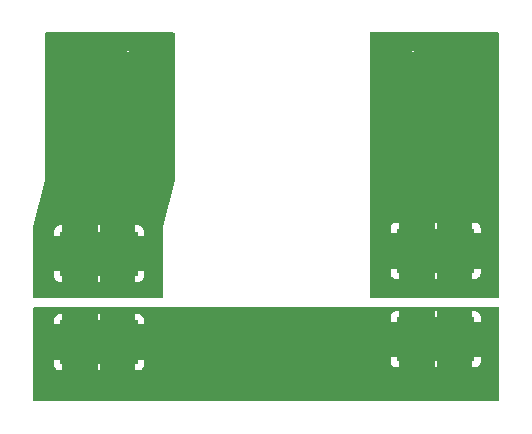
<source format=gbr>
%TF.GenerationSoftware,KiCad,Pcbnew,7.0.7*%
%TF.CreationDate,2024-03-23T19:40:35-05:00*%
%TF.ProjectId,DCDC-FusePCB,44434443-2d46-4757-9365-5043422e6b69,rev?*%
%TF.SameCoordinates,Original*%
%TF.FileFunction,Copper,L1,Top*%
%TF.FilePolarity,Positive*%
%FSLAX46Y46*%
G04 Gerber Fmt 4.6, Leading zero omitted, Abs format (unit mm)*
G04 Created by KiCad (PCBNEW 7.0.7) date 2024-03-23 19:40:35*
%MOMM*%
%LPD*%
G01*
G04 APERTURE LIST*
%TA.AperFunction,ComponentPad*%
%ADD10R,3.430000X3.780000*%
%TD*%
%TA.AperFunction,ComponentPad*%
%ADD11C,1.905000*%
%TD*%
G04 APERTURE END LIST*
D10*
%TO.P,J2,1,Pin_1*%
%TO.N,Net-(J1-Pin_1)*%
X123500000Y-97235000D03*
X126680000Y-97235000D03*
%TO.P,J2,2,Pin_2*%
%TO.N,Net-(J2-Pin_2)*%
X123500000Y-89745000D03*
X126680000Y-89745000D03*
%TD*%
D11*
%TO.P,F1,1*%
%TO.N,Net-(J2-Pin_2)*%
X127570000Y-74000000D03*
%TO.P,F1,2*%
%TO.N,Net-(J1-Pin_2)*%
X151700000Y-74000000D03*
%TD*%
D10*
%TO.P,J1,1,Pin_1*%
%TO.N,Net-(J1-Pin_1)*%
X152000000Y-96990000D03*
X155180000Y-96990000D03*
%TO.P,J1,2,Pin_2*%
%TO.N,Net-(J1-Pin_2)*%
X152000000Y-89500000D03*
X155180000Y-89500000D03*
%TD*%
%TA.AperFunction,Conductor*%
%TO.N,Net-(J1-Pin_1)*%
G36*
X158943039Y-94264685D02*
G01*
X158988794Y-94317489D01*
X159000000Y-94369000D01*
X159000000Y-102121000D01*
X158980315Y-102188039D01*
X158927511Y-102233794D01*
X158876000Y-102245000D01*
X119624000Y-102245000D01*
X119556961Y-102225315D01*
X119511206Y-102172511D01*
X119500000Y-102121000D01*
X119500000Y-98735000D01*
X121285000Y-98735000D01*
X121285000Y-99172844D01*
X121291401Y-99232372D01*
X121291403Y-99232379D01*
X121341645Y-99367086D01*
X121341649Y-99367093D01*
X121427809Y-99482187D01*
X121427812Y-99482190D01*
X121542906Y-99568350D01*
X121542913Y-99568354D01*
X121677620Y-99618596D01*
X121677627Y-99618598D01*
X121737155Y-99624999D01*
X121737172Y-99625000D01*
X122000000Y-99625000D01*
X122000000Y-98735000D01*
X125000000Y-98735000D01*
X125000000Y-99625000D01*
X125180000Y-99625000D01*
X128179999Y-99625000D01*
X128442828Y-99625000D01*
X128442844Y-99624999D01*
X128502372Y-99618598D01*
X128502379Y-99618596D01*
X128637086Y-99568354D01*
X128637093Y-99568350D01*
X128752187Y-99482190D01*
X128752190Y-99482187D01*
X128838350Y-99367093D01*
X128838354Y-99367086D01*
X128888596Y-99232379D01*
X128888598Y-99232372D01*
X128894999Y-99172844D01*
X128895000Y-99172827D01*
X128895000Y-98735000D01*
X128180000Y-98735000D01*
X128179999Y-99625000D01*
X125180000Y-99625000D01*
X125180000Y-98735000D01*
X125000000Y-98735000D01*
X122000000Y-98735000D01*
X121285000Y-98735000D01*
X119500000Y-98735000D01*
X119500000Y-98490000D01*
X149785000Y-98490000D01*
X149785000Y-98927844D01*
X149791401Y-98987372D01*
X149791403Y-98987379D01*
X149841645Y-99122086D01*
X149841649Y-99122093D01*
X149927809Y-99237187D01*
X149927812Y-99237190D01*
X150042906Y-99323350D01*
X150042913Y-99323354D01*
X150177620Y-99373596D01*
X150177627Y-99373598D01*
X150237155Y-99379999D01*
X150237172Y-99380000D01*
X150500000Y-99380000D01*
X150500000Y-98490000D01*
X153500000Y-98490000D01*
X153500000Y-99380000D01*
X153680000Y-99380000D01*
X153680000Y-98490000D01*
X156680000Y-98490000D01*
X156680000Y-99380000D01*
X156942828Y-99380000D01*
X156942844Y-99379999D01*
X157002372Y-99373598D01*
X157002379Y-99373596D01*
X157137086Y-99323354D01*
X157137093Y-99323350D01*
X157252187Y-99237190D01*
X157252190Y-99237187D01*
X157338350Y-99122093D01*
X157338354Y-99122086D01*
X157388596Y-98987379D01*
X157388598Y-98987372D01*
X157394999Y-98927844D01*
X157395000Y-98927827D01*
X157395000Y-98490000D01*
X156680000Y-98490000D01*
X153680000Y-98490000D01*
X153500000Y-98490000D01*
X150500000Y-98490000D01*
X149785000Y-98490000D01*
X119500000Y-98490000D01*
X119500000Y-97328542D01*
X122610000Y-97328542D01*
X122648897Y-97511539D01*
X122648897Y-97511540D01*
X122724990Y-97682449D01*
X122747907Y-97713991D01*
X122834958Y-97833806D01*
X122834959Y-97833807D01*
X122834960Y-97833808D01*
X122834962Y-97833811D01*
X122919535Y-97909959D01*
X122973990Y-97958991D01*
X123136011Y-98052534D01*
X123313939Y-98110346D01*
X123453361Y-98125000D01*
X123453366Y-98125000D01*
X123546634Y-98125000D01*
X123546639Y-98125000D01*
X123686061Y-98110346D01*
X123863989Y-98052534D01*
X124026010Y-97958991D01*
X124134919Y-97860928D01*
X124165037Y-97833811D01*
X124165037Y-97833809D01*
X124165042Y-97833806D01*
X124275008Y-97682451D01*
X124351102Y-97511540D01*
X124390000Y-97328543D01*
X124390000Y-97328542D01*
X125790000Y-97328542D01*
X125828897Y-97511539D01*
X125828897Y-97511540D01*
X125904990Y-97682449D01*
X125927907Y-97713991D01*
X126014958Y-97833806D01*
X126014959Y-97833807D01*
X126014960Y-97833808D01*
X126014962Y-97833811D01*
X126099535Y-97909959D01*
X126153990Y-97958991D01*
X126316011Y-98052534D01*
X126493939Y-98110346D01*
X126633361Y-98125000D01*
X126633366Y-98125000D01*
X126726634Y-98125000D01*
X126726639Y-98125000D01*
X126866061Y-98110346D01*
X127043989Y-98052534D01*
X127206010Y-97958991D01*
X127314919Y-97860928D01*
X127345037Y-97833811D01*
X127345037Y-97833809D01*
X127345042Y-97833806D01*
X127455008Y-97682451D01*
X127531102Y-97511540D01*
X127570000Y-97328543D01*
X127570000Y-97141457D01*
X127557690Y-97083542D01*
X151110000Y-97083542D01*
X151148897Y-97266539D01*
X151148897Y-97266540D01*
X151224990Y-97437449D01*
X151278820Y-97511539D01*
X151334958Y-97588806D01*
X151334959Y-97588807D01*
X151334960Y-97588808D01*
X151334962Y-97588811D01*
X151419535Y-97664959D01*
X151473990Y-97713991D01*
X151636011Y-97807534D01*
X151813939Y-97865346D01*
X151953361Y-97880000D01*
X151953366Y-97880000D01*
X152046634Y-97880000D01*
X152046639Y-97880000D01*
X152186061Y-97865346D01*
X152363989Y-97807534D01*
X152526010Y-97713991D01*
X152634919Y-97615928D01*
X152665037Y-97588811D01*
X152665037Y-97588809D01*
X152665042Y-97588806D01*
X152775008Y-97437451D01*
X152851102Y-97266540D01*
X152890000Y-97083543D01*
X152890000Y-97083542D01*
X154290000Y-97083542D01*
X154328897Y-97266539D01*
X154328897Y-97266540D01*
X154404990Y-97437449D01*
X154458820Y-97511539D01*
X154514958Y-97588806D01*
X154514959Y-97588807D01*
X154514960Y-97588808D01*
X154514962Y-97588811D01*
X154599535Y-97664959D01*
X154653990Y-97713991D01*
X154816011Y-97807534D01*
X154993939Y-97865346D01*
X155133361Y-97880000D01*
X155133366Y-97880000D01*
X155226634Y-97880000D01*
X155226639Y-97880000D01*
X155366061Y-97865346D01*
X155543989Y-97807534D01*
X155706010Y-97713991D01*
X155814919Y-97615928D01*
X155845037Y-97588811D01*
X155845037Y-97588809D01*
X155845042Y-97588806D01*
X155955008Y-97437451D01*
X156031102Y-97266540D01*
X156070000Y-97083543D01*
X156070000Y-96896457D01*
X156031102Y-96713460D01*
X156031102Y-96713459D01*
X155955009Y-96542550D01*
X155927516Y-96504710D01*
X155845042Y-96391194D01*
X155845039Y-96391191D01*
X155845037Y-96391188D01*
X155754440Y-96309615D01*
X155706010Y-96266009D01*
X155543989Y-96172466D01*
X155543988Y-96172465D01*
X155543987Y-96172465D01*
X155366062Y-96114654D01*
X155342823Y-96112211D01*
X155226639Y-96100000D01*
X155133361Y-96100000D01*
X155033773Y-96110467D01*
X154993937Y-96114654D01*
X154816012Y-96172465D01*
X154653991Y-96266008D01*
X154514962Y-96391188D01*
X154514960Y-96391191D01*
X154404990Y-96542550D01*
X154328897Y-96713459D01*
X154328897Y-96713460D01*
X154290000Y-96896457D01*
X154290000Y-97083542D01*
X152890000Y-97083542D01*
X152890000Y-96896457D01*
X152851102Y-96713460D01*
X152851102Y-96713459D01*
X152775009Y-96542550D01*
X152747516Y-96504710D01*
X152665042Y-96391194D01*
X152665039Y-96391191D01*
X152665037Y-96391188D01*
X152574440Y-96309615D01*
X152526010Y-96266009D01*
X152363989Y-96172466D01*
X152363988Y-96172465D01*
X152363987Y-96172465D01*
X152186062Y-96114654D01*
X152162824Y-96112211D01*
X152046639Y-96100000D01*
X151953361Y-96100000D01*
X151853773Y-96110467D01*
X151813937Y-96114654D01*
X151636012Y-96172465D01*
X151473991Y-96266008D01*
X151334962Y-96391188D01*
X151334960Y-96391191D01*
X151224990Y-96542550D01*
X151148897Y-96713459D01*
X151148897Y-96713460D01*
X151110000Y-96896457D01*
X151110000Y-97083542D01*
X127557690Y-97083542D01*
X127531102Y-96958460D01*
X127503497Y-96896457D01*
X127455009Y-96787550D01*
X127401178Y-96713459D01*
X127345042Y-96636194D01*
X127345039Y-96636191D01*
X127345037Y-96636188D01*
X127241040Y-96542550D01*
X127206010Y-96511009D01*
X127043989Y-96417466D01*
X127043988Y-96417465D01*
X127043987Y-96417465D01*
X126866062Y-96359654D01*
X126842824Y-96357211D01*
X126726639Y-96345000D01*
X126633361Y-96345000D01*
X126533773Y-96355467D01*
X126493937Y-96359654D01*
X126316012Y-96417465D01*
X126153991Y-96511008D01*
X126014962Y-96636188D01*
X126014960Y-96636191D01*
X125904990Y-96787550D01*
X125828897Y-96958459D01*
X125828897Y-96958460D01*
X125790000Y-97141457D01*
X125790000Y-97328542D01*
X124390000Y-97328542D01*
X124390000Y-97141457D01*
X124351102Y-96958460D01*
X124323497Y-96896457D01*
X124275009Y-96787550D01*
X124221178Y-96713459D01*
X124165042Y-96636194D01*
X124165039Y-96636191D01*
X124165037Y-96636188D01*
X124061040Y-96542550D01*
X124026010Y-96511009D01*
X123863989Y-96417466D01*
X123863988Y-96417465D01*
X123863987Y-96417465D01*
X123686062Y-96359654D01*
X123662823Y-96357211D01*
X123546639Y-96345000D01*
X123453361Y-96345000D01*
X123353773Y-96355467D01*
X123313937Y-96359654D01*
X123136012Y-96417465D01*
X122973991Y-96511008D01*
X122834962Y-96636188D01*
X122834960Y-96636191D01*
X122724990Y-96787550D01*
X122648897Y-96958459D01*
X122648897Y-96958460D01*
X122610000Y-97141457D01*
X122610000Y-97328542D01*
X119500000Y-97328542D01*
X119500000Y-95735000D01*
X121285000Y-95735000D01*
X122000000Y-95735000D01*
X122000000Y-94845000D01*
X125000000Y-94845000D01*
X125000000Y-95735000D01*
X125180000Y-95735000D01*
X125180000Y-95734999D01*
X128179999Y-95734999D01*
X128180000Y-95735000D01*
X128895000Y-95735000D01*
X128895000Y-95490000D01*
X149785000Y-95490000D01*
X150500000Y-95490000D01*
X150500000Y-94600000D01*
X153500000Y-94600000D01*
X153500000Y-95490000D01*
X153680000Y-95490000D01*
X153680000Y-94600000D01*
X156680000Y-94600000D01*
X156680000Y-95490000D01*
X157395000Y-95490000D01*
X157395000Y-95052172D01*
X157394999Y-95052155D01*
X157388598Y-94992627D01*
X157388596Y-94992620D01*
X157338354Y-94857913D01*
X157338350Y-94857906D01*
X157252190Y-94742812D01*
X157252187Y-94742809D01*
X157137093Y-94656649D01*
X157137086Y-94656645D01*
X157002379Y-94606403D01*
X157002372Y-94606401D01*
X156942844Y-94600000D01*
X156680000Y-94600000D01*
X153680000Y-94600000D01*
X153500000Y-94600000D01*
X150500000Y-94600000D01*
X150237155Y-94600000D01*
X150177627Y-94606401D01*
X150177620Y-94606403D01*
X150042913Y-94656645D01*
X150042906Y-94656649D01*
X149927812Y-94742809D01*
X149927809Y-94742812D01*
X149841649Y-94857906D01*
X149841645Y-94857913D01*
X149791403Y-94992620D01*
X149791401Y-94992627D01*
X149785000Y-95052155D01*
X149785000Y-95490000D01*
X128895000Y-95490000D01*
X128895000Y-95297172D01*
X128894999Y-95297155D01*
X128888598Y-95237627D01*
X128888596Y-95237620D01*
X128838354Y-95102913D01*
X128838350Y-95102906D01*
X128752190Y-94987812D01*
X128752187Y-94987809D01*
X128637093Y-94901649D01*
X128637086Y-94901645D01*
X128502379Y-94851403D01*
X128502372Y-94851401D01*
X128442844Y-94845000D01*
X128180000Y-94845000D01*
X128179999Y-95734999D01*
X125180000Y-95734999D01*
X125180000Y-94845000D01*
X125000000Y-94845000D01*
X122000000Y-94845000D01*
X121737155Y-94845000D01*
X121677627Y-94851401D01*
X121677620Y-94851403D01*
X121542913Y-94901645D01*
X121542906Y-94901649D01*
X121427812Y-94987809D01*
X121427809Y-94987812D01*
X121341649Y-95102906D01*
X121341645Y-95102913D01*
X121291403Y-95237620D01*
X121291401Y-95237627D01*
X121285000Y-95297155D01*
X121285000Y-95735000D01*
X119500000Y-95735000D01*
X119500000Y-94369000D01*
X119519685Y-94301961D01*
X119572489Y-94256206D01*
X119624000Y-94245000D01*
X158876000Y-94245000D01*
X158943039Y-94264685D01*
G37*
%TD.AperFunction*%
%TD*%
%TA.AperFunction,Conductor*%
%TO.N,Net-(J2-Pin_2)*%
G36*
X131443039Y-71019685D02*
G01*
X131488794Y-71072489D01*
X131500000Y-71124000D01*
X131500000Y-83484733D01*
X131496298Y-83514807D01*
X130499999Y-87499999D01*
X130500000Y-93376000D01*
X130480315Y-93443039D01*
X130427511Y-93488794D01*
X130376000Y-93500000D01*
X119624000Y-93500000D01*
X119556961Y-93480315D01*
X119511206Y-93427511D01*
X119500000Y-93376000D01*
X119500000Y-91245000D01*
X121285000Y-91245000D01*
X121285000Y-91682844D01*
X121291401Y-91742372D01*
X121291403Y-91742379D01*
X121341645Y-91877086D01*
X121341649Y-91877093D01*
X121427809Y-91992187D01*
X121427812Y-91992190D01*
X121542906Y-92078350D01*
X121542913Y-92078354D01*
X121677620Y-92128596D01*
X121677627Y-92128598D01*
X121737155Y-92134999D01*
X121737172Y-92135000D01*
X122000000Y-92135000D01*
X122000000Y-91245000D01*
X125000000Y-91245000D01*
X125000000Y-92135000D01*
X125180000Y-92135000D01*
X125180000Y-92134999D01*
X128179999Y-92134999D01*
X128180000Y-92135000D01*
X128442828Y-92135000D01*
X128442844Y-92134999D01*
X128502372Y-92128598D01*
X128502379Y-92128596D01*
X128637086Y-92078354D01*
X128637093Y-92078350D01*
X128752187Y-91992190D01*
X128752190Y-91992187D01*
X128838350Y-91877093D01*
X128838354Y-91877086D01*
X128888596Y-91742379D01*
X128888598Y-91742372D01*
X128894999Y-91682844D01*
X128895000Y-91682827D01*
X128895000Y-91245000D01*
X128180000Y-91245000D01*
X128179999Y-92134999D01*
X125180000Y-92134999D01*
X125180000Y-91245000D01*
X125000000Y-91245000D01*
X122000000Y-91245000D01*
X121285000Y-91245000D01*
X119500000Y-91245000D01*
X119500000Y-89838542D01*
X122610000Y-89838542D01*
X122648897Y-90021539D01*
X122648897Y-90021540D01*
X122724990Y-90192449D01*
X122779975Y-90268128D01*
X122834958Y-90343806D01*
X122834959Y-90343807D01*
X122834960Y-90343808D01*
X122834962Y-90343811D01*
X122919535Y-90419959D01*
X122973990Y-90468991D01*
X123136011Y-90562534D01*
X123313939Y-90620346D01*
X123453361Y-90635000D01*
X123453366Y-90635000D01*
X123546634Y-90635000D01*
X123546639Y-90635000D01*
X123686061Y-90620346D01*
X123863989Y-90562534D01*
X124026010Y-90468991D01*
X124134919Y-90370928D01*
X124165037Y-90343811D01*
X124165037Y-90343809D01*
X124165042Y-90343806D01*
X124275008Y-90192451D01*
X124351102Y-90021540D01*
X124390000Y-89838543D01*
X124390000Y-89838542D01*
X125790000Y-89838542D01*
X125828897Y-90021539D01*
X125828897Y-90021540D01*
X125904990Y-90192449D01*
X125959975Y-90268128D01*
X126014958Y-90343806D01*
X126014959Y-90343807D01*
X126014960Y-90343808D01*
X126014962Y-90343811D01*
X126099535Y-90419959D01*
X126153990Y-90468991D01*
X126316011Y-90562534D01*
X126493939Y-90620346D01*
X126633361Y-90635000D01*
X126633366Y-90635000D01*
X126726634Y-90635000D01*
X126726639Y-90635000D01*
X126866061Y-90620346D01*
X127043989Y-90562534D01*
X127206010Y-90468991D01*
X127314919Y-90370928D01*
X127345037Y-90343811D01*
X127345037Y-90343809D01*
X127345042Y-90343806D01*
X127455008Y-90192451D01*
X127531102Y-90021540D01*
X127570000Y-89838543D01*
X127570000Y-89651457D01*
X127531102Y-89468460D01*
X127531102Y-89468459D01*
X127455009Y-89297550D01*
X127427516Y-89259710D01*
X127345042Y-89146194D01*
X127345039Y-89146191D01*
X127345037Y-89146188D01*
X127254440Y-89064615D01*
X127206010Y-89021009D01*
X127043989Y-88927466D01*
X127043988Y-88927465D01*
X127043987Y-88927465D01*
X126866062Y-88869654D01*
X126842824Y-88867211D01*
X126726639Y-88855000D01*
X126633361Y-88855000D01*
X126533773Y-88865467D01*
X126493937Y-88869654D01*
X126316012Y-88927465D01*
X126153991Y-89021008D01*
X126014962Y-89146188D01*
X126014960Y-89146191D01*
X125904990Y-89297550D01*
X125828897Y-89468459D01*
X125828897Y-89468460D01*
X125790000Y-89651457D01*
X125790000Y-89838542D01*
X124390000Y-89838542D01*
X124390000Y-89651457D01*
X124351102Y-89468460D01*
X124351102Y-89468459D01*
X124275009Y-89297550D01*
X124247516Y-89259710D01*
X124165042Y-89146194D01*
X124165039Y-89146191D01*
X124165037Y-89146188D01*
X124074440Y-89064615D01*
X124026010Y-89021009D01*
X123863989Y-88927466D01*
X123863988Y-88927465D01*
X123863987Y-88927465D01*
X123686062Y-88869654D01*
X123662824Y-88867211D01*
X123546639Y-88855000D01*
X123453361Y-88855000D01*
X123353773Y-88865467D01*
X123313937Y-88869654D01*
X123136012Y-88927465D01*
X122973991Y-89021008D01*
X122834962Y-89146188D01*
X122834960Y-89146191D01*
X122724990Y-89297550D01*
X122648897Y-89468459D01*
X122648897Y-89468460D01*
X122610000Y-89651457D01*
X122610000Y-89838542D01*
X119500000Y-89838542D01*
X119500000Y-88245000D01*
X121285000Y-88245000D01*
X122000000Y-88245000D01*
X122000000Y-87355000D01*
X125000000Y-87355000D01*
X125000000Y-88245000D01*
X125180000Y-88245000D01*
X125180000Y-88244999D01*
X128179999Y-88244999D01*
X128180000Y-88245000D01*
X128895000Y-88245000D01*
X128895000Y-87807172D01*
X128894999Y-87807155D01*
X128888598Y-87747627D01*
X128888596Y-87747620D01*
X128838354Y-87612913D01*
X128838350Y-87612906D01*
X128752190Y-87497812D01*
X128752187Y-87497809D01*
X128637093Y-87411649D01*
X128637086Y-87411645D01*
X128502379Y-87361403D01*
X128502372Y-87361401D01*
X128442844Y-87355000D01*
X128180000Y-87355000D01*
X128179999Y-88244999D01*
X125180000Y-88244999D01*
X125180000Y-87355000D01*
X125000000Y-87355000D01*
X122000000Y-87355000D01*
X121737155Y-87355000D01*
X121677627Y-87361401D01*
X121677620Y-87361403D01*
X121542913Y-87411645D01*
X121542906Y-87411649D01*
X121427812Y-87497809D01*
X121427809Y-87497812D01*
X121341649Y-87612906D01*
X121341645Y-87612913D01*
X121291403Y-87747620D01*
X121291401Y-87747627D01*
X121285000Y-87807155D01*
X121285000Y-88245000D01*
X119500000Y-88245000D01*
X119500000Y-87515265D01*
X119503702Y-87485191D01*
X120500000Y-83500000D01*
X120500000Y-75452499D01*
X127464537Y-75452499D01*
X127464538Y-75452500D01*
X127675462Y-75452500D01*
X127675462Y-75452499D01*
X127570000Y-75347038D01*
X127464537Y-75452499D01*
X120500000Y-75452499D01*
X120500000Y-74000005D01*
X126112522Y-74000005D01*
X126120972Y-74101987D01*
X126138147Y-74084812D01*
X126871500Y-74084812D01*
X126912094Y-74249509D01*
X126912094Y-74249510D01*
X126912095Y-74249511D01*
X126990924Y-74399707D01*
X127103407Y-74526675D01*
X127243004Y-74623031D01*
X127243005Y-74623031D01*
X127243007Y-74623033D01*
X127401609Y-74683184D01*
X127401610Y-74683184D01*
X127527747Y-74698500D01*
X127527750Y-74698500D01*
X127612253Y-74698500D01*
X127706854Y-74687013D01*
X127738390Y-74683184D01*
X127896993Y-74623033D01*
X128036593Y-74526675D01*
X128149076Y-74399707D01*
X128227905Y-74249511D01*
X128268500Y-74084813D01*
X128268500Y-74000001D01*
X128917038Y-74000001D01*
X129019025Y-74101988D01*
X129019026Y-74101988D01*
X129027478Y-74000004D01*
X129027478Y-73999995D01*
X129019026Y-73898011D01*
X128917038Y-74000000D01*
X128917038Y-74000001D01*
X128268500Y-74000001D01*
X128268500Y-73915187D01*
X128227905Y-73750489D01*
X128149076Y-73600293D01*
X128036593Y-73473325D01*
X127896994Y-73376968D01*
X127896996Y-73376968D01*
X127738389Y-73316815D01*
X127612253Y-73301500D01*
X127612250Y-73301500D01*
X127527750Y-73301500D01*
X127527747Y-73301500D01*
X127401610Y-73316815D01*
X127243004Y-73376968D01*
X127103407Y-73473324D01*
X126990923Y-73600294D01*
X126912094Y-73750490D01*
X126871500Y-73915187D01*
X126871500Y-74084812D01*
X126138147Y-74084812D01*
X126222961Y-73999999D01*
X126120972Y-73898011D01*
X126112522Y-73999994D01*
X126112522Y-74000005D01*
X120500000Y-74000005D01*
X120500000Y-72547500D01*
X127464537Y-72547500D01*
X127570000Y-72652962D01*
X127675462Y-72547500D01*
X127464537Y-72547500D01*
X120500000Y-72547500D01*
X120500000Y-71124000D01*
X120519685Y-71056961D01*
X120572489Y-71011206D01*
X120624000Y-71000000D01*
X131376000Y-71000000D01*
X131443039Y-71019685D01*
G37*
%TD.AperFunction*%
%TD*%
%TA.AperFunction,Conductor*%
%TO.N,Net-(J1-Pin_2)*%
G36*
X158943039Y-71019685D02*
G01*
X158988794Y-71072489D01*
X159000000Y-71124000D01*
X159000000Y-93376000D01*
X158980315Y-93443039D01*
X158927511Y-93488794D01*
X158876000Y-93500000D01*
X148124000Y-93500000D01*
X148056961Y-93480315D01*
X148011206Y-93427511D01*
X148000000Y-93376000D01*
X148000000Y-91000000D01*
X149785000Y-91000000D01*
X149785000Y-91437844D01*
X149791401Y-91497372D01*
X149791403Y-91497379D01*
X149841645Y-91632086D01*
X149841649Y-91632093D01*
X149927809Y-91747187D01*
X149927812Y-91747190D01*
X150042906Y-91833350D01*
X150042913Y-91833354D01*
X150177620Y-91883596D01*
X150177627Y-91883598D01*
X150237155Y-91889999D01*
X150237172Y-91890000D01*
X150500000Y-91890000D01*
X150500000Y-91000000D01*
X153500000Y-91000000D01*
X153500000Y-91890000D01*
X153680000Y-91890000D01*
X153680000Y-91000000D01*
X156680000Y-91000000D01*
X156680000Y-91890000D01*
X156942828Y-91890000D01*
X156942844Y-91889999D01*
X157002372Y-91883598D01*
X157002379Y-91883596D01*
X157137086Y-91833354D01*
X157137093Y-91833350D01*
X157252187Y-91747190D01*
X157252190Y-91747187D01*
X157338350Y-91632093D01*
X157338354Y-91632086D01*
X157388596Y-91497379D01*
X157388598Y-91497372D01*
X157394999Y-91437844D01*
X157395000Y-91437827D01*
X157395000Y-91000000D01*
X156680000Y-91000000D01*
X153680000Y-91000000D01*
X153500000Y-91000000D01*
X150500000Y-91000000D01*
X149785000Y-91000000D01*
X148000000Y-91000000D01*
X148000000Y-89593542D01*
X151110000Y-89593542D01*
X151148897Y-89776539D01*
X151148897Y-89776540D01*
X151224990Y-89947449D01*
X151279975Y-90023128D01*
X151334958Y-90098806D01*
X151334959Y-90098807D01*
X151334960Y-90098808D01*
X151334962Y-90098811D01*
X151419535Y-90174959D01*
X151473990Y-90223991D01*
X151636011Y-90317534D01*
X151813939Y-90375346D01*
X151953361Y-90390000D01*
X151953366Y-90390000D01*
X152046634Y-90390000D01*
X152046639Y-90390000D01*
X152186061Y-90375346D01*
X152363989Y-90317534D01*
X152526010Y-90223991D01*
X152634919Y-90125928D01*
X152665037Y-90098811D01*
X152665037Y-90098809D01*
X152665042Y-90098806D01*
X152775008Y-89947451D01*
X152851102Y-89776540D01*
X152890000Y-89593543D01*
X152890000Y-89593542D01*
X154290000Y-89593542D01*
X154328897Y-89776539D01*
X154328897Y-89776540D01*
X154404990Y-89947449D01*
X154459975Y-90023128D01*
X154514958Y-90098806D01*
X154514959Y-90098807D01*
X154514960Y-90098808D01*
X154514962Y-90098811D01*
X154599535Y-90174959D01*
X154653990Y-90223991D01*
X154816011Y-90317534D01*
X154993939Y-90375346D01*
X155133361Y-90390000D01*
X155133366Y-90390000D01*
X155226634Y-90390000D01*
X155226639Y-90390000D01*
X155366061Y-90375346D01*
X155543989Y-90317534D01*
X155706010Y-90223991D01*
X155814919Y-90125928D01*
X155845037Y-90098811D01*
X155845037Y-90098809D01*
X155845042Y-90098806D01*
X155955008Y-89947451D01*
X156031102Y-89776540D01*
X156070000Y-89593543D01*
X156070000Y-89406457D01*
X156031102Y-89223460D01*
X156031102Y-89223459D01*
X155955009Y-89052550D01*
X155927516Y-89014710D01*
X155845042Y-88901194D01*
X155845039Y-88901191D01*
X155845037Y-88901188D01*
X155754440Y-88819615D01*
X155706010Y-88776009D01*
X155543989Y-88682466D01*
X155543988Y-88682465D01*
X155543987Y-88682465D01*
X155366062Y-88624654D01*
X155342823Y-88622211D01*
X155226639Y-88610000D01*
X155133361Y-88610000D01*
X155033773Y-88620467D01*
X154993937Y-88624654D01*
X154816012Y-88682465D01*
X154653991Y-88776008D01*
X154514962Y-88901188D01*
X154514960Y-88901191D01*
X154404990Y-89052550D01*
X154328897Y-89223459D01*
X154328897Y-89223460D01*
X154290000Y-89406457D01*
X154290000Y-89593542D01*
X152890000Y-89593542D01*
X152890000Y-89406457D01*
X152851102Y-89223460D01*
X152851102Y-89223459D01*
X152775009Y-89052550D01*
X152747516Y-89014710D01*
X152665042Y-88901194D01*
X152665039Y-88901191D01*
X152665037Y-88901188D01*
X152574440Y-88819615D01*
X152526010Y-88776009D01*
X152363989Y-88682466D01*
X152363988Y-88682465D01*
X152363987Y-88682465D01*
X152186062Y-88624654D01*
X152162823Y-88622211D01*
X152046639Y-88610000D01*
X151953361Y-88610000D01*
X151853773Y-88620467D01*
X151813937Y-88624654D01*
X151636012Y-88682465D01*
X151473991Y-88776008D01*
X151334962Y-88901188D01*
X151334960Y-88901191D01*
X151224990Y-89052550D01*
X151148897Y-89223459D01*
X151148897Y-89223460D01*
X151110000Y-89406457D01*
X151110000Y-89593542D01*
X148000000Y-89593542D01*
X148000000Y-88000000D01*
X149785000Y-88000000D01*
X150500000Y-88000000D01*
X150500000Y-87110000D01*
X153500000Y-87110000D01*
X153500000Y-88000000D01*
X153680000Y-88000000D01*
X153680000Y-87110000D01*
X156680000Y-87110000D01*
X156680000Y-88000000D01*
X157395000Y-88000000D01*
X157395000Y-87562172D01*
X157394999Y-87562155D01*
X157388598Y-87502627D01*
X157388596Y-87502620D01*
X157338354Y-87367913D01*
X157338350Y-87367906D01*
X157252190Y-87252812D01*
X157252187Y-87252809D01*
X157137093Y-87166649D01*
X157137086Y-87166645D01*
X157002379Y-87116403D01*
X157002372Y-87116401D01*
X156942844Y-87110000D01*
X156680000Y-87110000D01*
X153680000Y-87110000D01*
X153500000Y-87110000D01*
X150500000Y-87110000D01*
X150237155Y-87110000D01*
X150177627Y-87116401D01*
X150177620Y-87116403D01*
X150042913Y-87166645D01*
X150042906Y-87166649D01*
X149927812Y-87252809D01*
X149927809Y-87252812D01*
X149841649Y-87367906D01*
X149841645Y-87367913D01*
X149791403Y-87502620D01*
X149791401Y-87502627D01*
X149785000Y-87562155D01*
X149785000Y-88000000D01*
X148000000Y-88000000D01*
X148000000Y-75452499D01*
X151594537Y-75452499D01*
X151594538Y-75452500D01*
X151805462Y-75452500D01*
X151805462Y-75452499D01*
X151700000Y-75347038D01*
X151594537Y-75452499D01*
X148000000Y-75452499D01*
X148000000Y-74000005D01*
X150242522Y-74000005D01*
X150250972Y-74101987D01*
X150250973Y-74101988D01*
X150268149Y-74084812D01*
X151001500Y-74084812D01*
X151042094Y-74249509D01*
X151042094Y-74249510D01*
X151042095Y-74249511D01*
X151120924Y-74399707D01*
X151233407Y-74526675D01*
X151373004Y-74623031D01*
X151373005Y-74623031D01*
X151373007Y-74623033D01*
X151531610Y-74683184D01*
X151657747Y-74698500D01*
X151657750Y-74698500D01*
X151742253Y-74698500D01*
X151836854Y-74687013D01*
X151868390Y-74683184D01*
X152026993Y-74623033D01*
X152166593Y-74526675D01*
X152279076Y-74399707D01*
X152357905Y-74249511D01*
X152398500Y-74084813D01*
X152398500Y-74000001D01*
X153047038Y-74000001D01*
X153149025Y-74101988D01*
X153149026Y-74101988D01*
X153157478Y-74000004D01*
X153157478Y-73999995D01*
X153149026Y-73898011D01*
X153047038Y-74000000D01*
X153047038Y-74000001D01*
X152398500Y-74000001D01*
X152398500Y-73915187D01*
X152357905Y-73750489D01*
X152279076Y-73600293D01*
X152166593Y-73473325D01*
X152026994Y-73376968D01*
X152026996Y-73376968D01*
X151868389Y-73316815D01*
X151742253Y-73301500D01*
X151742250Y-73301500D01*
X151657750Y-73301500D01*
X151657747Y-73301500D01*
X151531610Y-73316815D01*
X151373004Y-73376968D01*
X151233407Y-73473324D01*
X151120923Y-73600294D01*
X151042094Y-73750490D01*
X151001500Y-73915187D01*
X151001500Y-74084812D01*
X150268149Y-74084812D01*
X150352961Y-74000000D01*
X150250972Y-73898011D01*
X150242522Y-73999994D01*
X150242522Y-74000005D01*
X148000000Y-74000005D01*
X148000000Y-72547500D01*
X151594539Y-72547500D01*
X151700000Y-72652960D01*
X151805461Y-72547500D01*
X151594539Y-72547500D01*
X148000000Y-72547500D01*
X148000000Y-71124000D01*
X148019685Y-71056961D01*
X148072489Y-71011206D01*
X148124000Y-71000000D01*
X158876000Y-71000000D01*
X158943039Y-71019685D01*
G37*
%TD.AperFunction*%
%TD*%
M02*

</source>
